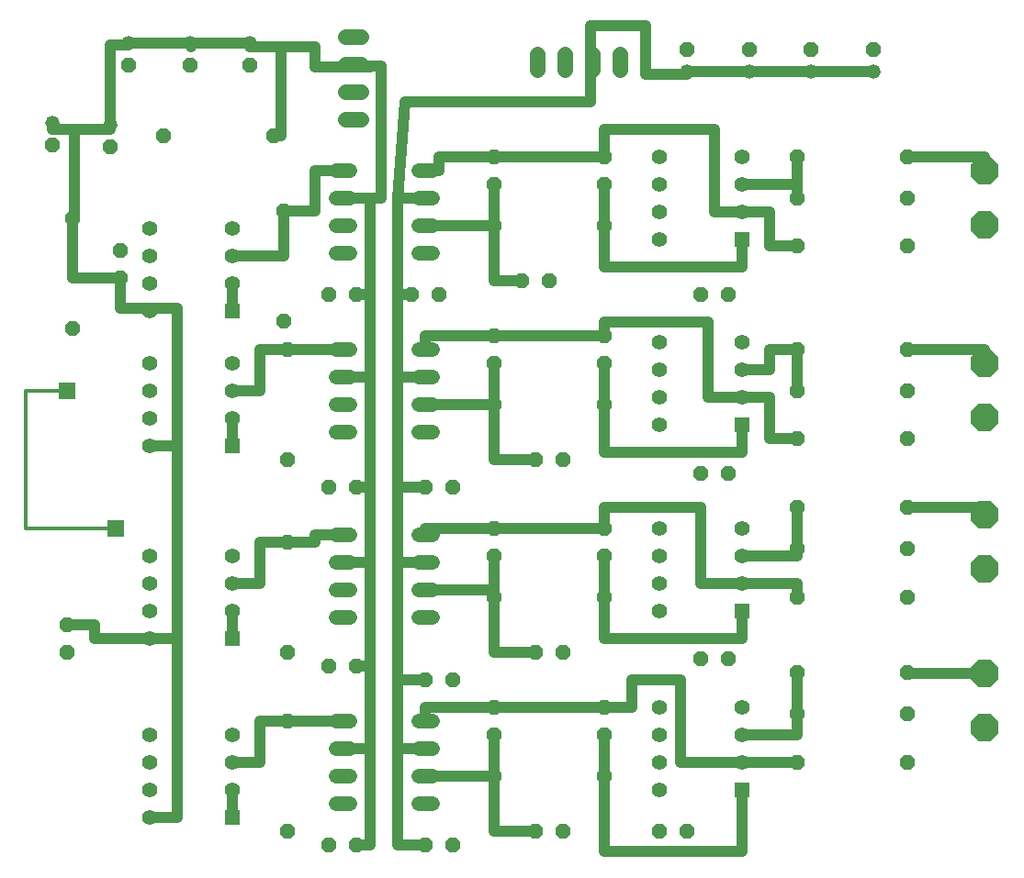
<source format=gbl>
G75*
G70*
%OFA0B0*%
%FSLAX24Y24*%
%IPPOS*%
%LPD*%
%AMOC8*
5,1,8,0,0,1.08239X$1,22.5*
%
%ADD10OC8,0.0520*%
%ADD11C,0.0520*%
%ADD12OC8,0.1000*%
%ADD13C,0.0520*%
%ADD14R,0.0550X0.0550*%
%ADD15C,0.0550*%
%ADD16C,0.0560*%
%ADD17C,0.0400*%
%ADD18R,0.0591X0.0591*%
%ADD19C,0.0120*%
D10*
X002000Y008000D03*
X002000Y009000D03*
X010000Y008000D03*
X011500Y007500D03*
X012500Y007500D03*
X015000Y007000D03*
X016000Y007000D03*
X017500Y006000D03*
X017500Y005000D03*
X017500Y003500D03*
X019000Y001500D03*
X020000Y001500D03*
X021500Y003500D03*
X021500Y005000D03*
X021500Y006000D03*
X020000Y008000D03*
X019000Y008000D03*
X017500Y010000D03*
X017500Y011500D03*
X017500Y012500D03*
X016000Y014000D03*
X015000Y014000D03*
X012500Y014000D03*
X011500Y014000D03*
X010000Y015000D03*
X010000Y012000D03*
X010000Y005500D03*
X010000Y001500D03*
X011500Y001000D03*
X012500Y001000D03*
X015000Y001000D03*
X016000Y001000D03*
X023500Y001500D03*
X024500Y001500D03*
X028500Y004000D03*
X028500Y005750D03*
X028500Y007250D03*
X026000Y007750D03*
X025000Y007750D03*
X021500Y010000D03*
X021500Y011500D03*
X021500Y012500D03*
X020000Y015000D03*
X019000Y015000D03*
X017500Y017000D03*
X017500Y018500D03*
X017500Y019500D03*
X018500Y021500D03*
X019500Y021500D03*
X021500Y019500D03*
X021500Y018500D03*
X021500Y017000D03*
X025000Y014500D03*
X026000Y014500D03*
X028500Y013250D03*
X028500Y011750D03*
X028500Y010000D03*
X032500Y010000D03*
X032500Y011750D03*
X032500Y013250D03*
X032500Y015750D03*
X032500Y017500D03*
X032500Y019000D03*
X028500Y019000D03*
X028500Y017500D03*
X028500Y015750D03*
X026000Y021000D03*
X025000Y021000D03*
X028500Y022750D03*
X028500Y024500D03*
X028500Y026000D03*
X032500Y026000D03*
X032500Y024500D03*
X032500Y022750D03*
X031250Y029900D03*
X029000Y029900D03*
X026750Y029900D03*
X024500Y029900D03*
X021500Y026000D03*
X021500Y025000D03*
X021500Y023500D03*
X017500Y023500D03*
X017500Y025000D03*
X017500Y026000D03*
X015500Y021000D03*
X014500Y021000D03*
X012500Y021000D03*
X011500Y021000D03*
X009838Y020031D03*
X010000Y019000D03*
X009838Y024031D03*
X009500Y026750D03*
X008620Y029316D03*
X006438Y029323D03*
X004227Y029329D03*
X005500Y026750D03*
X003546Y026352D03*
X001459Y026407D03*
X002190Y023760D03*
X003907Y022577D03*
X003907Y021577D03*
X002190Y019760D03*
X032500Y007250D03*
X032500Y005750D03*
X032500Y004000D03*
D11*
X003546Y027152D03*
X001459Y027207D03*
X004227Y030129D03*
X006438Y030123D03*
X008620Y030116D03*
X024500Y029100D03*
X026750Y029100D03*
X029000Y029100D03*
X031250Y029100D03*
D12*
X035303Y025484D03*
X035303Y023516D03*
X035303Y018484D03*
X035303Y016516D03*
X035303Y012984D03*
X035303Y011016D03*
X035303Y007234D03*
X035303Y005266D03*
D13*
X015260Y005500D02*
X014740Y005500D01*
X014740Y004500D02*
X015260Y004500D01*
X015260Y003500D02*
X014740Y003500D01*
X014740Y002500D02*
X015260Y002500D01*
X012260Y002500D02*
X011740Y002500D01*
X011740Y003500D02*
X012260Y003500D01*
X012260Y004500D02*
X011740Y004500D01*
X011740Y005500D02*
X012260Y005500D01*
X012260Y009250D02*
X011740Y009250D01*
X011740Y010250D02*
X012260Y010250D01*
X012260Y011250D02*
X011740Y011250D01*
X011740Y012250D02*
X012260Y012250D01*
X014740Y012250D02*
X015260Y012250D01*
X015260Y011250D02*
X014740Y011250D01*
X014740Y010250D02*
X015260Y010250D01*
X015260Y009250D02*
X014740Y009250D01*
X014740Y016000D02*
X015260Y016000D01*
X015260Y017000D02*
X014740Y017000D01*
X014740Y018000D02*
X015260Y018000D01*
X015260Y019000D02*
X014740Y019000D01*
X012260Y019000D02*
X011740Y019000D01*
X011740Y018000D02*
X012260Y018000D01*
X012260Y017000D02*
X011740Y017000D01*
X011740Y016000D02*
X012260Y016000D01*
X012260Y022500D02*
X011740Y022500D01*
X011740Y023500D02*
X012260Y023500D01*
X012260Y024500D02*
X011740Y024500D01*
X011740Y025500D02*
X012260Y025500D01*
X014740Y025500D02*
X015260Y025500D01*
X015260Y024500D02*
X014740Y024500D01*
X014740Y023500D02*
X015260Y023500D01*
X015260Y022500D02*
X014740Y022500D01*
D14*
X007977Y020382D03*
X008000Y015500D03*
X008000Y008500D03*
X008000Y002000D03*
X026500Y003000D03*
X026500Y009500D03*
X026500Y016250D03*
X026500Y023000D03*
D15*
X005000Y002000D03*
X005000Y003000D03*
X005000Y004000D03*
X005000Y005000D03*
X008000Y005000D03*
X008000Y004000D03*
X008000Y003000D03*
X005000Y008500D03*
X005000Y009500D03*
X005000Y010500D03*
X005000Y011500D03*
X008000Y011500D03*
X008000Y010500D03*
X008000Y009500D03*
X005000Y015500D03*
X005000Y016500D03*
X005000Y017500D03*
X005000Y018500D03*
X004977Y020382D03*
X004977Y021382D03*
X004977Y022382D03*
X004977Y023382D03*
X007977Y023382D03*
X007977Y022382D03*
X007977Y021382D03*
X008000Y018500D03*
X008000Y017500D03*
X008000Y016500D03*
X023500Y016250D03*
X023500Y017250D03*
X023500Y018250D03*
X023500Y019250D03*
X026500Y019250D03*
X026500Y018250D03*
X026500Y017250D03*
X026500Y012500D03*
X026500Y011500D03*
X026500Y010500D03*
X023500Y010500D03*
X023500Y009500D03*
X023500Y011500D03*
X023500Y012500D03*
X023500Y006000D03*
X023500Y005000D03*
X023500Y004000D03*
X023500Y003000D03*
X026500Y004000D03*
X026500Y005000D03*
X026500Y006000D03*
X023500Y023000D03*
X023500Y024000D03*
X023500Y025000D03*
X023500Y026000D03*
X026500Y026000D03*
X026500Y025000D03*
X026500Y024000D03*
D16*
X022039Y029164D02*
X022039Y029724D01*
X021039Y029724D02*
X021039Y029164D01*
X020039Y029164D02*
X020039Y029724D01*
X019039Y029724D02*
X019039Y029164D01*
X012658Y029366D02*
X012098Y029366D01*
X012098Y028366D02*
X012658Y028366D01*
X012658Y027366D02*
X012098Y027366D01*
X012098Y030366D02*
X012658Y030366D01*
D17*
X012378Y029366D02*
X012378Y029250D01*
X011000Y029250D01*
X011000Y030000D01*
X009750Y030000D01*
X008620Y030000D01*
X008620Y030116D01*
X008620Y030123D01*
X006438Y030123D01*
X006500Y030123D01*
X006500Y030129D01*
X004227Y030129D01*
X004227Y030060D01*
X003540Y030060D01*
X003540Y027152D01*
X003546Y027152D01*
X003546Y027000D01*
X002250Y027000D01*
X001459Y027000D01*
X001459Y027207D01*
X001459Y027152D01*
X002250Y027000D02*
X002250Y023760D01*
X002190Y023760D01*
X002190Y021577D01*
X003907Y021577D01*
X003907Y020500D01*
X004977Y020500D01*
X004977Y020382D01*
X004977Y020500D02*
X006000Y020500D01*
X006000Y015500D01*
X005000Y015500D01*
X006000Y015500D02*
X006000Y008500D01*
X005000Y008500D01*
X003000Y008500D01*
X003000Y009000D01*
X002000Y009000D01*
X006000Y008500D02*
X006000Y002000D01*
X005000Y002000D01*
X008000Y002000D02*
X008000Y003000D01*
X008000Y004000D02*
X009000Y004000D01*
X009000Y005500D01*
X010000Y005500D01*
X012000Y005500D01*
X012000Y004500D02*
X013000Y004500D01*
X013000Y007500D01*
X012500Y007500D01*
X013000Y007500D02*
X013000Y011250D01*
X012000Y011250D01*
X011000Y012000D02*
X011000Y012250D01*
X012000Y012250D01*
X011000Y012000D02*
X010000Y012000D01*
X009000Y012000D01*
X009000Y010500D01*
X008000Y010500D01*
X008000Y009500D02*
X008000Y008500D01*
X013000Y011250D02*
X013000Y014000D01*
X012500Y014000D01*
X013000Y014000D02*
X013000Y018000D01*
X012000Y018000D01*
X012000Y019000D02*
X010000Y019000D01*
X009000Y019000D01*
X009000Y017500D01*
X008000Y017500D01*
X008000Y016500D02*
X008000Y015500D01*
X013000Y018000D02*
X013000Y021000D01*
X013000Y024500D01*
X013400Y024500D01*
X013400Y029300D01*
X012750Y029300D01*
X012750Y029250D01*
X013000Y029250D01*
X012750Y029250D02*
X012128Y029250D01*
X012378Y029366D01*
X014250Y028000D02*
X021000Y028000D01*
X021000Y029194D01*
X021000Y029250D01*
X021000Y030750D01*
X023000Y030750D01*
X023000Y029000D01*
X024500Y029000D01*
X024500Y029100D01*
X026750Y029100D01*
X029000Y029100D01*
X031250Y029100D01*
X032500Y026000D02*
X035303Y026000D01*
X035303Y025484D01*
X028500Y025000D02*
X028500Y024500D01*
X028500Y025000D02*
X026500Y025000D01*
X026500Y024000D02*
X025500Y024000D01*
X025500Y027000D01*
X021500Y027000D01*
X021500Y026000D01*
X017500Y026000D01*
X015500Y026000D01*
X015500Y025500D01*
X015000Y025500D01*
X015000Y024500D02*
X014000Y024500D01*
X014250Y028000D01*
X012000Y025500D02*
X011000Y025500D01*
X011000Y024031D01*
X010000Y024031D01*
X010000Y024000D01*
X010000Y024031D02*
X009838Y024031D01*
X009838Y022382D01*
X007977Y022382D01*
X007977Y021382D02*
X007977Y020382D01*
X012500Y021000D02*
X013000Y021000D01*
X014000Y021000D02*
X014000Y018000D01*
X015000Y018000D01*
X014000Y018000D02*
X014000Y014000D01*
X015000Y014000D01*
X014000Y014000D02*
X014000Y011250D01*
X015000Y011250D01*
X014000Y011250D02*
X014000Y007000D01*
X015000Y007000D01*
X014000Y007000D02*
X014000Y004500D01*
X015000Y004500D01*
X014000Y004500D02*
X014000Y001000D01*
X015000Y001000D01*
X013000Y001000D02*
X013000Y004500D01*
X015000Y005500D02*
X015000Y006000D01*
X017500Y006000D01*
X021500Y006000D01*
X022500Y006000D01*
X022500Y007000D01*
X024250Y007000D01*
X024250Y004000D01*
X026500Y004000D01*
X028500Y004000D01*
X028500Y005000D02*
X026500Y005000D01*
X028500Y005000D02*
X028500Y005750D01*
X028500Y007250D01*
X026500Y008500D02*
X021500Y008500D01*
X021500Y010000D01*
X021500Y011500D01*
X021500Y012500D02*
X021500Y013250D01*
X025000Y013250D01*
X025000Y010500D01*
X026500Y010500D01*
X028500Y010500D01*
X028500Y010000D01*
X028500Y011500D02*
X026500Y011500D01*
X028500Y011500D02*
X028500Y011750D01*
X028500Y013250D01*
X026500Y015250D02*
X021500Y015250D01*
X021500Y017000D01*
X021500Y018500D01*
X021500Y019500D02*
X021500Y020000D01*
X025250Y020000D01*
X025250Y017250D01*
X026500Y017250D01*
X027500Y017250D01*
X027500Y015750D01*
X028500Y015750D01*
X026500Y016250D02*
X026500Y015250D01*
X028500Y017500D02*
X028500Y019000D01*
X027500Y019000D01*
X027500Y018250D01*
X026500Y018250D01*
X026500Y022000D02*
X021500Y022000D01*
X021500Y023500D01*
X021500Y025000D01*
X017500Y025000D02*
X017500Y023500D01*
X015000Y023500D01*
X014000Y024500D02*
X014000Y021000D01*
X014500Y021000D01*
X015000Y019500D02*
X015000Y019000D01*
X015000Y019500D02*
X017500Y019500D01*
X021500Y019500D01*
X018500Y021500D02*
X017500Y021500D01*
X017500Y023500D01*
X017500Y024000D01*
X013000Y024500D02*
X012000Y024500D01*
X009750Y026750D02*
X009750Y030000D01*
X006500Y030000D02*
X006500Y030123D01*
X003546Y027152D02*
X003546Y027129D01*
X009500Y026750D02*
X009750Y026750D01*
X017500Y018500D02*
X017500Y017000D01*
X017500Y015000D01*
X019000Y015000D01*
X017500Y017000D02*
X015000Y017000D01*
X015000Y012500D02*
X015000Y012250D01*
X015000Y012500D02*
X017500Y012500D01*
X021500Y012500D01*
X017500Y011500D02*
X017500Y010000D01*
X017500Y008000D01*
X019000Y008000D01*
X017500Y010000D02*
X017500Y010250D01*
X015000Y010250D01*
X017500Y005000D02*
X017500Y003500D01*
X017500Y001500D01*
X019000Y001500D01*
X017500Y003500D02*
X015000Y003500D01*
X013000Y001000D02*
X012500Y001000D01*
X021500Y000750D02*
X026500Y000750D01*
X026500Y003000D01*
X021500Y003500D02*
X021500Y000750D01*
X021500Y003500D02*
X021500Y005000D01*
X026500Y008500D02*
X026500Y009500D01*
X032500Y007250D02*
X032500Y007234D01*
X035303Y007234D01*
X035303Y012984D02*
X035303Y013250D01*
X032500Y013250D01*
X035303Y018484D02*
X035303Y019000D01*
X032500Y019000D01*
X028500Y022750D02*
X027500Y022750D01*
X027500Y024000D01*
X026500Y024000D01*
X026500Y023000D02*
X026500Y022000D01*
X028500Y025000D02*
X028500Y026000D01*
X021039Y029250D02*
X021039Y029444D01*
X021000Y029194D01*
X021000Y029250D02*
X021039Y029250D01*
D18*
X002000Y017500D03*
X003750Y012500D03*
D19*
X000500Y012500D01*
X000500Y017500D01*
X002000Y017500D01*
M02*

</source>
